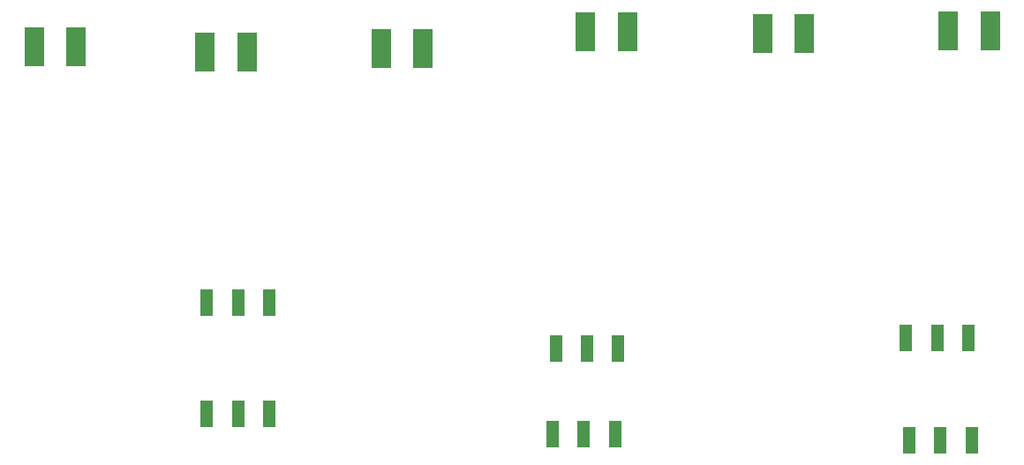
<source format=gbr>
G04 EAGLE Gerber RS-274X export*
G75*
%MOMM*%
%FSLAX34Y34*%
%LPD*%
%INSolderpaste Bottom*%
%IPPOS*%
%AMOC8*
5,1,8,0,0,1.08239X$1,22.5*%
G01*
%ADD10R,1.930400X3.810000*%
%ADD11R,1.270000X2.540000*%


D10*
X956600Y621400D03*
X996600Y621400D03*
X608600Y620600D03*
X648600Y620600D03*
X412600Y604800D03*
X452600Y604800D03*
X243600Y601000D03*
X283600Y601000D03*
X120000Y606000D03*
X80000Y606000D03*
D11*
X275300Y254300D03*
X305300Y254300D03*
X245300Y254300D03*
X275300Y361200D03*
X305300Y361200D03*
X245300Y361200D03*
X607000Y234600D03*
X637000Y234600D03*
X577000Y234600D03*
X610000Y316500D03*
X640000Y316500D03*
X580000Y316500D03*
X949000Y228400D03*
X979000Y228400D03*
X919000Y228400D03*
X946000Y327300D03*
X976000Y327300D03*
X916000Y327300D03*
D10*
X778600Y619200D03*
X818600Y619200D03*
M02*

</source>
